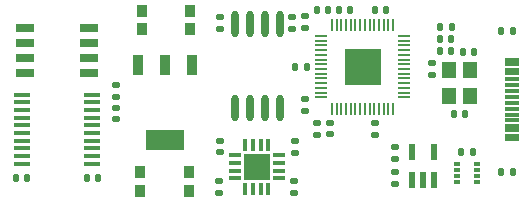
<source format=gtp>
%TF.GenerationSoftware,KiCad,Pcbnew,9.0.0*%
%TF.CreationDate,2025-03-14T22:24:00-04:00*%
%TF.ProjectId,teensy,7465656e-7379-42e6-9b69-6361645f7063,rev?*%
%TF.SameCoordinates,Original*%
%TF.FileFunction,Paste,Top*%
%TF.FilePolarity,Positive*%
%FSLAX46Y46*%
G04 Gerber Fmt 4.6, Leading zero omitted, Abs format (unit mm)*
G04 Created by KiCad (PCBNEW 9.0.0) date 2025-03-14 22:24:00*
%MOMM*%
%LPD*%
G01*
G04 APERTURE LIST*
G04 Aperture macros list*
%AMRoundRect*
0 Rectangle with rounded corners*
0 $1 Rounding radius*
0 $2 $3 $4 $5 $6 $7 $8 $9 X,Y pos of 4 corners*
0 Add a 4 corners polygon primitive as box body*
4,1,4,$2,$3,$4,$5,$6,$7,$8,$9,$2,$3,0*
0 Add four circle primitives for the rounded corners*
1,1,$1+$1,$2,$3*
1,1,$1+$1,$4,$5*
1,1,$1+$1,$6,$7*
1,1,$1+$1,$8,$9*
0 Add four rect primitives between the rounded corners*
20,1,$1+$1,$2,$3,$4,$5,0*
20,1,$1+$1,$4,$5,$6,$7,0*
20,1,$1+$1,$6,$7,$8,$9,0*
20,1,$1+$1,$8,$9,$2,$3,0*%
G04 Aperture macros list end*
%ADD10RoundRect,0.140000X-0.140000X-0.170000X0.140000X-0.170000X0.140000X0.170000X-0.140000X0.170000X0*%
%ADD11R,1.528000X0.650000*%
%ADD12RoundRect,0.140000X-0.170000X0.140000X-0.170000X-0.140000X0.170000X-0.140000X0.170000X0.140000X0*%
%ADD13RoundRect,0.135000X0.185000X-0.135000X0.185000X0.135000X-0.185000X0.135000X-0.185000X-0.135000X0*%
%ADD14R,0.200000X1.100000*%
%ADD15R,1.100000X0.200000*%
%ADD16R,3.100000X3.100000*%
%ADD17RoundRect,0.135000X0.135000X0.185000X-0.135000X0.185000X-0.135000X-0.185000X0.135000X-0.185000X0*%
%ADD18R,0.609600X1.320800*%
%ADD19R,0.900000X1.000000*%
%ADD20O,0.630000X2.250000*%
%ADD21R,1.475000X0.450000*%
%ADD22RoundRect,0.135000X-0.185000X0.135000X-0.185000X-0.135000X0.185000X-0.135000X0.185000X0.135000X0*%
%ADD23RoundRect,0.140000X0.170000X-0.140000X0.170000X0.140000X-0.170000X0.140000X-0.170000X-0.140000X0*%
%ADD24RoundRect,0.140000X0.140000X0.170000X-0.140000X0.170000X-0.140000X-0.170000X0.140000X-0.170000X0*%
%ADD25R,1.200000X1.400000*%
%ADD26R,0.475000X0.300000*%
%ADD27R,1.300000X0.300000*%
%ADD28R,1.050000X0.350000*%
%ADD29R,0.350000X1.050000*%
%ADD30R,2.200000X2.200000*%
%ADD31R,0.950000X1.750000*%
%ADD32R,3.200000X1.750000*%
G04 APERTURE END LIST*
D10*
%TO.C,C6*%
X157841072Y-94285396D03*
X158801072Y-94285396D03*
%TD*%
D11*
%TO.C,U9*%
X136702072Y-99655000D03*
X136702072Y-98385000D03*
X136702072Y-97115000D03*
X136702072Y-95845000D03*
X131280072Y-95845000D03*
X131280072Y-97115000D03*
X131280072Y-98385000D03*
X131280072Y-99655000D03*
%TD*%
D12*
%TO.C,C20*%
X147739750Y-108800000D03*
X147739750Y-109760000D03*
%TD*%
D13*
%TO.C,R6*%
X153915176Y-95879671D03*
X153915176Y-94859671D03*
%TD*%
D14*
%TO.C,U3*%
X157250000Y-102650000D03*
X157650000Y-102650000D03*
X158050000Y-102650000D03*
X158450000Y-102650000D03*
X158850000Y-102650000D03*
X159250000Y-102650000D03*
X159650000Y-102650000D03*
X160050000Y-102650000D03*
X160450000Y-102650000D03*
X160850000Y-102650000D03*
X161250000Y-102650000D03*
X161650000Y-102650000D03*
X162050000Y-102650000D03*
X162450000Y-102650000D03*
D15*
X163400000Y-101700000D03*
X163400000Y-101300000D03*
X163400000Y-100900000D03*
X163400000Y-100500000D03*
X163400000Y-100100000D03*
X163400000Y-99700000D03*
X163400000Y-99300000D03*
X163400000Y-98900000D03*
X163400000Y-98500000D03*
X163400000Y-98100000D03*
X163400000Y-97700000D03*
X163400000Y-97300000D03*
X163400000Y-96900000D03*
X163400000Y-96500000D03*
D14*
X162450000Y-95550000D03*
X162050000Y-95550000D03*
X161650000Y-95550000D03*
X161250000Y-95550000D03*
X160850000Y-95550000D03*
X160450000Y-95550000D03*
X160050000Y-95550000D03*
X159650000Y-95550000D03*
X159250000Y-95550000D03*
X158850000Y-95550000D03*
X158450000Y-95550000D03*
X158050000Y-95550000D03*
X157650000Y-95550000D03*
X157250000Y-95550000D03*
D15*
X156300000Y-96500000D03*
X156300000Y-96900000D03*
X156300000Y-97300000D03*
X156300000Y-97700000D03*
X156300000Y-98100000D03*
X156300000Y-98500000D03*
X156300000Y-98900000D03*
X156300000Y-99300000D03*
X156300000Y-99700000D03*
X156300000Y-100100000D03*
X156300000Y-100500000D03*
X156300000Y-100900000D03*
X156300000Y-101300000D03*
X156300000Y-101700000D03*
D16*
X159850000Y-99100000D03*
%TD*%
D17*
%TO.C,R2*%
X172567500Y-96100000D03*
X171547500Y-96100000D03*
%TD*%
D18*
%TO.C,U1*%
X164000500Y-108693800D03*
X164940000Y-108693800D03*
X165879500Y-108693800D03*
X165879500Y-106306200D03*
X164000500Y-106306200D03*
%TD*%
D12*
%TO.C,C8*%
X157074749Y-103869810D03*
X157074749Y-104829810D03*
%TD*%
D13*
%TO.C,R4*%
X154964211Y-102895396D03*
X154964211Y-101875396D03*
%TD*%
D12*
%TO.C,C19*%
X147749750Y-105390000D03*
X147749750Y-106350000D03*
%TD*%
D13*
%TO.C,R10*%
X154099750Y-106390000D03*
X154099750Y-105370000D03*
%TD*%
D19*
%TO.C,U5*%
X145250000Y-94350000D03*
X145250000Y-95950000D03*
X141150000Y-95950000D03*
X141150000Y-94350000D03*
%TD*%
D10*
%TO.C,C13*%
X166406118Y-96720551D03*
X167366118Y-96720551D03*
%TD*%
D20*
%TO.C,U7*%
X149031072Y-102579686D03*
X150311072Y-102579686D03*
X151571072Y-102579686D03*
X152841072Y-102579686D03*
X152841072Y-95519686D03*
X151571072Y-95519686D03*
X150311072Y-95519686D03*
X149031072Y-95519686D03*
%TD*%
D21*
%TO.C,U10*%
X136929072Y-107325000D03*
X136929072Y-106675000D03*
X136929072Y-106025000D03*
X136929072Y-105375000D03*
X136929072Y-104725000D03*
X136929072Y-104075000D03*
X136929072Y-103425000D03*
X136929072Y-102775000D03*
X136929072Y-102125000D03*
X136929072Y-101475000D03*
X131053072Y-101475000D03*
X131053072Y-102125000D03*
X131053072Y-102775000D03*
X131053072Y-103425000D03*
X131053072Y-104075000D03*
X131053072Y-104725000D03*
X131053072Y-105375000D03*
X131053072Y-106025000D03*
X131053072Y-106675000D03*
X131053072Y-107325000D03*
%TD*%
D12*
%TO.C,C17*%
X139000000Y-100670000D03*
X139000000Y-101630000D03*
%TD*%
D22*
%TO.C,R7*%
X154977631Y-94846715D03*
X154977631Y-95866715D03*
%TD*%
D17*
%TO.C,R8*%
X169186283Y-106350000D03*
X168166283Y-106350000D03*
%TD*%
D23*
%TO.C,C1*%
X162640000Y-109000000D03*
X162640000Y-108040000D03*
%TD*%
D24*
%TO.C,C12*%
X156921072Y-94285396D03*
X155961072Y-94285396D03*
%TD*%
D10*
%TO.C,C16*%
X130511072Y-108500000D03*
X131471072Y-108500000D03*
%TD*%
%TO.C,C9*%
X160881072Y-94285396D03*
X161841072Y-94285396D03*
%TD*%
D13*
%TO.C,R5*%
X165763372Y-99770939D03*
X165763372Y-98750939D03*
%TD*%
D25*
%TO.C,U6*%
X168951559Y-101562966D03*
X168951559Y-99362966D03*
X167191559Y-99362966D03*
X167191559Y-101562966D03*
%TD*%
D17*
%TO.C,R1*%
X172567500Y-108000000D03*
X171547500Y-108000000D03*
%TD*%
D19*
%TO.C,U4*%
X141050000Y-109650000D03*
X141050000Y-108050000D03*
X145150000Y-108050000D03*
X145150000Y-109650000D03*
%TD*%
D10*
%TO.C,C5*%
X166406118Y-97767506D03*
X167366118Y-97767506D03*
%TD*%
D22*
%TO.C,R9*%
X154079750Y-108770000D03*
X154079750Y-109790000D03*
%TD*%
D10*
%TO.C,C15*%
X136511072Y-108500000D03*
X137471072Y-108500000D03*
%TD*%
D23*
%TO.C,C18*%
X139000000Y-103530000D03*
X139000000Y-102570000D03*
%TD*%
D26*
%TO.C,U8*%
X167882000Y-107350000D03*
X167882000Y-107850000D03*
X167882000Y-108350000D03*
X167882000Y-108850000D03*
X169558000Y-108850000D03*
X169558000Y-108350000D03*
X169558000Y-107850000D03*
X169558000Y-107350000D03*
%TD*%
D24*
%TO.C,C3*%
X168528330Y-103144022D03*
X167568330Y-103144022D03*
%TD*%
D10*
%TO.C,C4*%
X168338259Y-97819901D03*
X169298259Y-97819901D03*
%TD*%
D27*
%TO.C,U2*%
X172480000Y-105250000D03*
X172480000Y-104450000D03*
X172480000Y-103150000D03*
X172480000Y-102150000D03*
X172480000Y-101650000D03*
X172480000Y-100650000D03*
X172490000Y-99350000D03*
X172480000Y-98550000D03*
X172480000Y-98850000D03*
X172490000Y-99650000D03*
X172480000Y-100150000D03*
X172480000Y-101150000D03*
X172480000Y-102650000D03*
X172480000Y-103650000D03*
X172480000Y-104150000D03*
X172480000Y-104950000D03*
%TD*%
D24*
%TO.C,C11*%
X155120059Y-99111098D03*
X154160059Y-99111098D03*
%TD*%
D28*
%TO.C,U30*%
X152750000Y-108550000D03*
X152750000Y-107900000D03*
X152750000Y-107250000D03*
X152750000Y-106600000D03*
D29*
X151875000Y-105725000D03*
X151225000Y-105725000D03*
X150575000Y-105725000D03*
X149925000Y-105725000D03*
D28*
X149050000Y-106600000D03*
X149050000Y-107250000D03*
X149050000Y-107900000D03*
X149050000Y-108550000D03*
D29*
X149925000Y-109425000D03*
X150575000Y-109425000D03*
X151225000Y-109425000D03*
X151875000Y-109425000D03*
D30*
X150900000Y-107575000D03*
%TD*%
D31*
%TO.C,U13*%
X145400000Y-99000000D03*
X143100000Y-99000000D03*
X140800000Y-99000000D03*
D32*
X143100000Y-105300000D03*
%TD*%
D22*
%TO.C,R3*%
X160869128Y-103897031D03*
X160869128Y-104917031D03*
%TD*%
D12*
%TO.C,C2*%
X162640000Y-105920000D03*
X162640000Y-106880000D03*
%TD*%
%TO.C,C7*%
X156036023Y-103897846D03*
X156036023Y-104857846D03*
%TD*%
%TO.C,C10*%
X147819532Y-94917559D03*
X147819532Y-95877559D03*
%TD*%
D10*
%TO.C,C14*%
X166434553Y-95706347D03*
X167394553Y-95706347D03*
%TD*%
M02*

</source>
